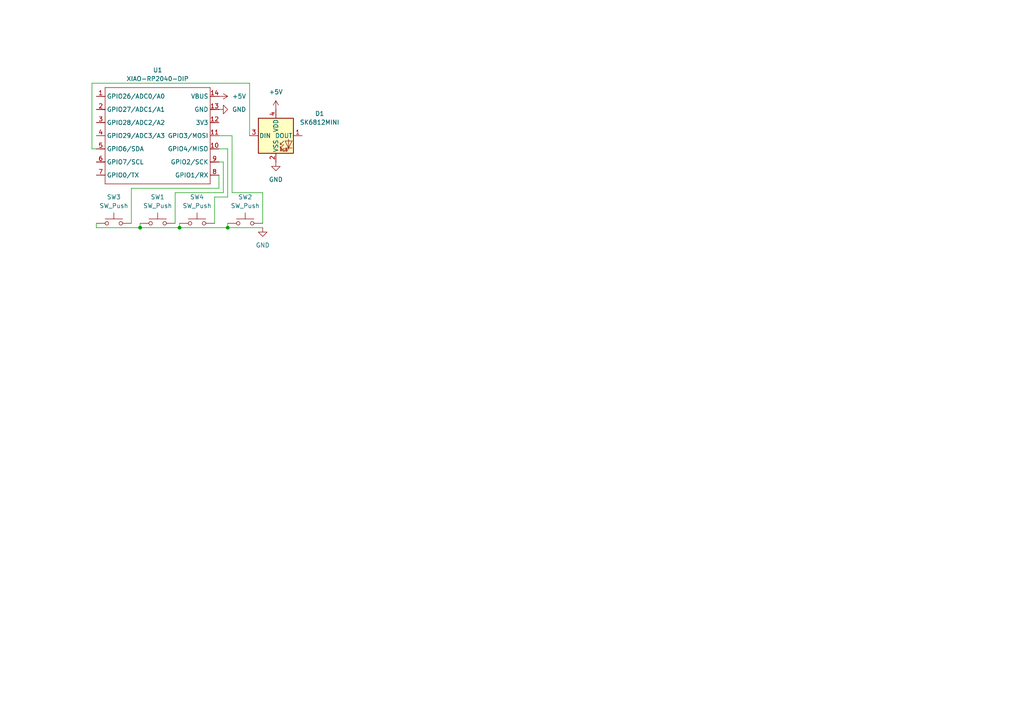
<source format=kicad_sch>
(kicad_sch
	(version 20250114)
	(generator "eeschema")
	(generator_version "9.0")
	(uuid "6c7dc53d-62fc-40ae-8f1d-ead6ce995a4e")
	(paper "A4")
	(lib_symbols
		(symbol "LED:SK6812MINI"
			(pin_names
				(offset 0.254)
			)
			(exclude_from_sim no)
			(in_bom yes)
			(on_board yes)
			(property "Reference" "D"
				(at 5.08 5.715 0)
				(effects
					(font
						(size 1.27 1.27)
					)
					(justify right bottom)
				)
			)
			(property "Value" "SK6812MINI"
				(at 1.27 -5.715 0)
				(effects
					(font
						(size 1.27 1.27)
					)
					(justify left top)
				)
			)
			(property "Footprint" "LED_SMD:LED_SK6812MINI_PLCC4_3.5x3.5mm_P1.75mm"
				(at 1.27 -7.62 0)
				(effects
					(font
						(size 1.27 1.27)
					)
					(justify left top)
					(hide yes)
				)
			)
			(property "Datasheet" "https://cdn-shop.adafruit.com/product-files/2686/SK6812MINI_REV.01-1-2.pdf"
				(at 2.54 -9.525 0)
				(effects
					(font
						(size 1.27 1.27)
					)
					(justify left top)
					(hide yes)
				)
			)
			(property "Description" "RGB LED with integrated controller"
				(at 0 0 0)
				(effects
					(font
						(size 1.27 1.27)
					)
					(hide yes)
				)
			)
			(property "ki_keywords" "RGB LED NeoPixel Mini addressable"
				(at 0 0 0)
				(effects
					(font
						(size 1.27 1.27)
					)
					(hide yes)
				)
			)
			(property "ki_fp_filters" "LED*SK6812MINI*PLCC*3.5x3.5mm*P1.75mm*"
				(at 0 0 0)
				(effects
					(font
						(size 1.27 1.27)
					)
					(hide yes)
				)
			)
			(symbol "SK6812MINI_0_0"
				(text "RGB"
					(at 2.286 -4.191 0)
					(effects
						(font
							(size 0.762 0.762)
						)
					)
				)
			)
			(symbol "SK6812MINI_0_1"
				(polyline
					(pts
						(xy 1.27 -2.54) (xy 1.778 -2.54)
					)
					(stroke
						(width 0)
						(type default)
					)
					(fill
						(type none)
					)
				)
				(polyline
					(pts
						(xy 1.27 -3.556) (xy 1.778 -3.556)
					)
					(stroke
						(width 0)
						(type default)
					)
					(fill
						(type none)
					)
				)
				(polyline
					(pts
						(xy 2.286 -1.524) (xy 1.27 -2.54) (xy 1.27 -2.032)
					)
					(stroke
						(width 0)
						(type default)
					)
					(fill
						(type none)
					)
				)
				(polyline
					(pts
						(xy 2.286 -2.54) (xy 1.27 -3.556) (xy 1.27 -3.048)
					)
					(stroke
						(width 0)
						(type default)
					)
					(fill
						(type none)
					)
				)
				(polyline
					(pts
						(xy 3.683 -1.016) (xy 3.683 -3.556) (xy 3.683 -4.064)
					)
					(stroke
						(width 0)
						(type default)
					)
					(fill
						(type none)
					)
				)
				(polyline
					(pts
						(xy 4.699 -1.524) (xy 2.667 -1.524) (xy 3.683 -3.556) (xy 4.699 -1.524)
					)
					(stroke
						(width 0)
						(type default)
					)
					(fill
						(type none)
					)
				)
				(polyline
					(pts
						(xy 4.699 -3.556) (xy 2.667 -3.556)
					)
					(stroke
						(width 0)
						(type default)
					)
					(fill
						(type none)
					)
				)
				(rectangle
					(start 5.08 5.08)
					(end -5.08 -5.08)
					(stroke
						(width 0.254)
						(type default)
					)
					(fill
						(type background)
					)
				)
			)
			(symbol "SK6812MINI_1_1"
				(pin input line
					(at -7.62 0 0)
					(length 2.54)
					(name "DIN"
						(effects
							(font
								(size 1.27 1.27)
							)
						)
					)
					(number "3"
						(effects
							(font
								(size 1.27 1.27)
							)
						)
					)
				)
				(pin power_in line
					(at 0 7.62 270)
					(length 2.54)
					(name "VDD"
						(effects
							(font
								(size 1.27 1.27)
							)
						)
					)
					(number "4"
						(effects
							(font
								(size 1.27 1.27)
							)
						)
					)
				)
				(pin power_in line
					(at 0 -7.62 90)
					(length 2.54)
					(name "VSS"
						(effects
							(font
								(size 1.27 1.27)
							)
						)
					)
					(number "2"
						(effects
							(font
								(size 1.27 1.27)
							)
						)
					)
				)
				(pin output line
					(at 7.62 0 180)
					(length 2.54)
					(name "DOUT"
						(effects
							(font
								(size 1.27 1.27)
							)
						)
					)
					(number "1"
						(effects
							(font
								(size 1.27 1.27)
							)
						)
					)
				)
			)
			(embedded_fonts no)
		)
		(symbol "OPL:XIAO-RP2040-DIP"
			(exclude_from_sim no)
			(in_bom yes)
			(on_board yes)
			(property "Reference" "U"
				(at 0 0 0)
				(effects
					(font
						(size 1.27 1.27)
					)
				)
			)
			(property "Value" "XIAO-RP2040-DIP"
				(at 5.334 -1.778 0)
				(effects
					(font
						(size 1.27 1.27)
					)
				)
			)
			(property "Footprint" "Module:MOUDLE14P-XIAO-DIP-SMD"
				(at 14.478 -32.258 0)
				(effects
					(font
						(size 1.27 1.27)
					)
					(hide yes)
				)
			)
			(property "Datasheet" ""
				(at 0 0 0)
				(effects
					(font
						(size 1.27 1.27)
					)
					(hide yes)
				)
			)
			(property "Description" ""
				(at 0 0 0)
				(effects
					(font
						(size 1.27 1.27)
					)
					(hide yes)
				)
			)
			(symbol "XIAO-RP2040-DIP_1_0"
				(polyline
					(pts
						(xy -1.27 -2.54) (xy 29.21 -2.54)
					)
					(stroke
						(width 0.1524)
						(type solid)
					)
					(fill
						(type none)
					)
				)
				(polyline
					(pts
						(xy -1.27 -5.08) (xy -2.54 -5.08)
					)
					(stroke
						(width 0.1524)
						(type solid)
					)
					(fill
						(type none)
					)
				)
				(polyline
					(pts
						(xy -1.27 -5.08) (xy -1.27 -2.54)
					)
					(stroke
						(width 0.1524)
						(type solid)
					)
					(fill
						(type none)
					)
				)
				(polyline
					(pts
						(xy -1.27 -8.89) (xy -2.54 -8.89)
					)
					(stroke
						(width 0.1524)
						(type solid)
					)
					(fill
						(type none)
					)
				)
				(polyline
					(pts
						(xy -1.27 -8.89) (xy -1.27 -5.08)
					)
					(stroke
						(width 0.1524)
						(type solid)
					)
					(fill
						(type none)
					)
				)
				(polyline
					(pts
						(xy -1.27 -12.7) (xy -2.54 -12.7)
					)
					(stroke
						(width 0.1524)
						(type solid)
					)
					(fill
						(type none)
					)
				)
				(polyline
					(pts
						(xy -1.27 -12.7) (xy -1.27 -8.89)
					)
					(stroke
						(width 0.1524)
						(type solid)
					)
					(fill
						(type none)
					)
				)
				(polyline
					(pts
						(xy -1.27 -16.51) (xy -2.54 -16.51)
					)
					(stroke
						(width 0.1524)
						(type solid)
					)
					(fill
						(type none)
					)
				)
				(polyline
					(pts
						(xy -1.27 -16.51) (xy -1.27 -12.7)
					)
					(stroke
						(width 0.1524)
						(type solid)
					)
					(fill
						(type none)
					)
				)
				(polyline
					(pts
						(xy -1.27 -20.32) (xy -2.54 -20.32)
					)
					(stroke
						(width 0.1524)
						(type solid)
					)
					(fill
						(type none)
					)
				)
				(polyline
					(pts
						(xy -1.27 -24.13) (xy -2.54 -24.13)
					)
					(stroke
						(width 0.1524)
						(type solid)
					)
					(fill
						(type none)
					)
				)
				(polyline
					(pts
						(xy -1.27 -27.94) (xy -2.54 -27.94)
					)
					(stroke
						(width 0.1524)
						(type solid)
					)
					(fill
						(type none)
					)
				)
				(polyline
					(pts
						(xy -1.27 -30.48) (xy -1.27 -16.51)
					)
					(stroke
						(width 0.1524)
						(type solid)
					)
					(fill
						(type none)
					)
				)
				(polyline
					(pts
						(xy 29.21 -2.54) (xy 29.21 -5.08)
					)
					(stroke
						(width 0.1524)
						(type solid)
					)
					(fill
						(type none)
					)
				)
				(polyline
					(pts
						(xy 29.21 -5.08) (xy 29.21 -8.89)
					)
					(stroke
						(width 0.1524)
						(type solid)
					)
					(fill
						(type none)
					)
				)
				(polyline
					(pts
						(xy 29.21 -8.89) (xy 29.21 -12.7)
					)
					(stroke
						(width 0.1524)
						(type solid)
					)
					(fill
						(type none)
					)
				)
				(polyline
					(pts
						(xy 29.21 -12.7) (xy 29.21 -30.48)
					)
					(stroke
						(width 0.1524)
						(type solid)
					)
					(fill
						(type none)
					)
				)
				(polyline
					(pts
						(xy 29.21 -30.48) (xy -1.27 -30.48)
					)
					(stroke
						(width 0.1524)
						(type solid)
					)
					(fill
						(type none)
					)
				)
				(polyline
					(pts
						(xy 30.48 -5.08) (xy 29.21 -5.08)
					)
					(stroke
						(width 0.1524)
						(type solid)
					)
					(fill
						(type none)
					)
				)
				(polyline
					(pts
						(xy 30.48 -8.89) (xy 29.21 -8.89)
					)
					(stroke
						(width 0.1524)
						(type solid)
					)
					(fill
						(type none)
					)
				)
				(polyline
					(pts
						(xy 30.48 -12.7) (xy 29.21 -12.7)
					)
					(stroke
						(width 0.1524)
						(type solid)
					)
					(fill
						(type none)
					)
				)
				(polyline
					(pts
						(xy 30.48 -16.51) (xy 29.21 -16.51)
					)
					(stroke
						(width 0.1524)
						(type solid)
					)
					(fill
						(type none)
					)
				)
				(polyline
					(pts
						(xy 30.48 -20.32) (xy 29.21 -20.32)
					)
					(stroke
						(width 0.1524)
						(type solid)
					)
					(fill
						(type none)
					)
				)
				(polyline
					(pts
						(xy 30.48 -24.13) (xy 29.21 -24.13)
					)
					(stroke
						(width 0.1524)
						(type solid)
					)
					(fill
						(type none)
					)
				)
				(polyline
					(pts
						(xy 30.48 -27.94) (xy 29.21 -27.94)
					)
					(stroke
						(width 0.1524)
						(type solid)
					)
					(fill
						(type none)
					)
				)
				(pin passive line
					(at -3.81 -5.08 0)
					(length 2.54)
					(name "GPIO26/ADC0/A0"
						(effects
							(font
								(size 1.27 1.27)
							)
						)
					)
					(number "1"
						(effects
							(font
								(size 1.27 1.27)
							)
						)
					)
				)
				(pin passive line
					(at -3.81 -8.89 0)
					(length 2.54)
					(name "GPIO27/ADC1/A1"
						(effects
							(font
								(size 1.27 1.27)
							)
						)
					)
					(number "2"
						(effects
							(font
								(size 1.27 1.27)
							)
						)
					)
				)
				(pin passive line
					(at -3.81 -12.7 0)
					(length 2.54)
					(name "GPIO28/ADC2/A2"
						(effects
							(font
								(size 1.27 1.27)
							)
						)
					)
					(number "3"
						(effects
							(font
								(size 1.27 1.27)
							)
						)
					)
				)
				(pin passive line
					(at -3.81 -16.51 0)
					(length 2.54)
					(name "GPIO29/ADC3/A3"
						(effects
							(font
								(size 1.27 1.27)
							)
						)
					)
					(number "4"
						(effects
							(font
								(size 1.27 1.27)
							)
						)
					)
				)
				(pin passive line
					(at -3.81 -20.32 0)
					(length 2.54)
					(name "GPIO6/SDA"
						(effects
							(font
								(size 1.27 1.27)
							)
						)
					)
					(number "5"
						(effects
							(font
								(size 1.27 1.27)
							)
						)
					)
				)
				(pin passive line
					(at -3.81 -24.13 0)
					(length 2.54)
					(name "GPIO7/SCL"
						(effects
							(font
								(size 1.27 1.27)
							)
						)
					)
					(number "6"
						(effects
							(font
								(size 1.27 1.27)
							)
						)
					)
				)
				(pin passive line
					(at -3.81 -27.94 0)
					(length 2.54)
					(name "GPIO0/TX"
						(effects
							(font
								(size 1.27 1.27)
							)
						)
					)
					(number "7"
						(effects
							(font
								(size 1.27 1.27)
							)
						)
					)
				)
				(pin passive line
					(at 31.75 -5.08 180)
					(length 2.54)
					(name "VBUS"
						(effects
							(font
								(size 1.27 1.27)
							)
						)
					)
					(number "14"
						(effects
							(font
								(size 1.27 1.27)
							)
						)
					)
				)
				(pin passive line
					(at 31.75 -8.89 180)
					(length 2.54)
					(name "GND"
						(effects
							(font
								(size 1.27 1.27)
							)
						)
					)
					(number "13"
						(effects
							(font
								(size 1.27 1.27)
							)
						)
					)
				)
				(pin passive line
					(at 31.75 -12.7 180)
					(length 2.54)
					(name "3V3"
						(effects
							(font
								(size 1.27 1.27)
							)
						)
					)
					(number "12"
						(effects
							(font
								(size 1.27 1.27)
							)
						)
					)
				)
				(pin passive line
					(at 31.75 -16.51 180)
					(length 2.54)
					(name "GPIO3/MOSI"
						(effects
							(font
								(size 1.27 1.27)
							)
						)
					)
					(number "11"
						(effects
							(font
								(size 1.27 1.27)
							)
						)
					)
				)
				(pin passive line
					(at 31.75 -20.32 180)
					(length 2.54)
					(name "GPIO4/MISO"
						(effects
							(font
								(size 1.27 1.27)
							)
						)
					)
					(number "10"
						(effects
							(font
								(size 1.27 1.27)
							)
						)
					)
				)
				(pin passive line
					(at 31.75 -24.13 180)
					(length 2.54)
					(name "GPIO2/SCK"
						(effects
							(font
								(size 1.27 1.27)
							)
						)
					)
					(number "9"
						(effects
							(font
								(size 1.27 1.27)
							)
						)
					)
				)
				(pin passive line
					(at 31.75 -27.94 180)
					(length 2.54)
					(name "GPIO1/RX"
						(effects
							(font
								(size 1.27 1.27)
							)
						)
					)
					(number "8"
						(effects
							(font
								(size 1.27 1.27)
							)
						)
					)
				)
			)
			(embedded_fonts no)
		)
		(symbol "Switch:SW_Push"
			(pin_numbers
				(hide yes)
			)
			(pin_names
				(offset 1.016)
				(hide yes)
			)
			(exclude_from_sim no)
			(in_bom yes)
			(on_board yes)
			(property "Reference" "SW"
				(at 1.27 2.54 0)
				(effects
					(font
						(size 1.27 1.27)
					)
					(justify left)
				)
			)
			(property "Value" "SW_Push"
				(at 0 -1.524 0)
				(effects
					(font
						(size 1.27 1.27)
					)
				)
			)
			(property "Footprint" ""
				(at 0 5.08 0)
				(effects
					(font
						(size 1.27 1.27)
					)
					(hide yes)
				)
			)
			(property "Datasheet" "~"
				(at 0 5.08 0)
				(effects
					(font
						(size 1.27 1.27)
					)
					(hide yes)
				)
			)
			(property "Description" "Push button switch, generic, two pins"
				(at 0 0 0)
				(effects
					(font
						(size 1.27 1.27)
					)
					(hide yes)
				)
			)
			(property "ki_keywords" "switch normally-open pushbutton push-button"
				(at 0 0 0)
				(effects
					(font
						(size 1.27 1.27)
					)
					(hide yes)
				)
			)
			(symbol "SW_Push_0_1"
				(circle
					(center -2.032 0)
					(radius 0.508)
					(stroke
						(width 0)
						(type default)
					)
					(fill
						(type none)
					)
				)
				(polyline
					(pts
						(xy 0 1.27) (xy 0 3.048)
					)
					(stroke
						(width 0)
						(type default)
					)
					(fill
						(type none)
					)
				)
				(circle
					(center 2.032 0)
					(radius 0.508)
					(stroke
						(width 0)
						(type default)
					)
					(fill
						(type none)
					)
				)
				(polyline
					(pts
						(xy 2.54 1.27) (xy -2.54 1.27)
					)
					(stroke
						(width 0)
						(type default)
					)
					(fill
						(type none)
					)
				)
				(pin passive line
					(at -5.08 0 0)
					(length 2.54)
					(name "1"
						(effects
							(font
								(size 1.27 1.27)
							)
						)
					)
					(number "1"
						(effects
							(font
								(size 1.27 1.27)
							)
						)
					)
				)
				(pin passive line
					(at 5.08 0 180)
					(length 2.54)
					(name "2"
						(effects
							(font
								(size 1.27 1.27)
							)
						)
					)
					(number "2"
						(effects
							(font
								(size 1.27 1.27)
							)
						)
					)
				)
			)
			(embedded_fonts no)
		)
		(symbol "power:+5V"
			(power)
			(pin_numbers
				(hide yes)
			)
			(pin_names
				(offset 0)
				(hide yes)
			)
			(exclude_from_sim no)
			(in_bom yes)
			(on_board yes)
			(property "Reference" "#PWR"
				(at 0 -3.81 0)
				(effects
					(font
						(size 1.27 1.27)
					)
					(hide yes)
				)
			)
			(property "Value" "+5V"
				(at 0 3.556 0)
				(effects
					(font
						(size 1.27 1.27)
					)
				)
			)
			(property "Footprint" ""
				(at 0 0 0)
				(effects
					(font
						(size 1.27 1.27)
					)
					(hide yes)
				)
			)
			(property "Datasheet" ""
				(at 0 0 0)
				(effects
					(font
						(size 1.27 1.27)
					)
					(hide yes)
				)
			)
			(property "Description" "Power symbol creates a global label with name \"+5V\""
				(at 0 0 0)
				(effects
					(font
						(size 1.27 1.27)
					)
					(hide yes)
				)
			)
			(property "ki_keywords" "global power"
				(at 0 0 0)
				(effects
					(font
						(size 1.27 1.27)
					)
					(hide yes)
				)
			)
			(symbol "+5V_0_1"
				(polyline
					(pts
						(xy -0.762 1.27) (xy 0 2.54)
					)
					(stroke
						(width 0)
						(type default)
					)
					(fill
						(type none)
					)
				)
				(polyline
					(pts
						(xy 0 2.54) (xy 0.762 1.27)
					)
					(stroke
						(width 0)
						(type default)
					)
					(fill
						(type none)
					)
				)
				(polyline
					(pts
						(xy 0 0) (xy 0 2.54)
					)
					(stroke
						(width 0)
						(type default)
					)
					(fill
						(type none)
					)
				)
			)
			(symbol "+5V_1_1"
				(pin power_in line
					(at 0 0 90)
					(length 0)
					(name "~"
						(effects
							(font
								(size 1.27 1.27)
							)
						)
					)
					(number "1"
						(effects
							(font
								(size 1.27 1.27)
							)
						)
					)
				)
			)
			(embedded_fonts no)
		)
		(symbol "power:GND"
			(power)
			(pin_numbers
				(hide yes)
			)
			(pin_names
				(offset 0)
				(hide yes)
			)
			(exclude_from_sim no)
			(in_bom yes)
			(on_board yes)
			(property "Reference" "#PWR"
				(at 0 -6.35 0)
				(effects
					(font
						(size 1.27 1.27)
					)
					(hide yes)
				)
			)
			(property "Value" "GND"
				(at 0 -3.81 0)
				(effects
					(font
						(size 1.27 1.27)
					)
				)
			)
			(property "Footprint" ""
				(at 0 0 0)
				(effects
					(font
						(size 1.27 1.27)
					)
					(hide yes)
				)
			)
			(property "Datasheet" ""
				(at 0 0 0)
				(effects
					(font
						(size 1.27 1.27)
					)
					(hide yes)
				)
			)
			(property "Description" "Power symbol creates a global label with name \"GND\" , ground"
				(at 0 0 0)
				(effects
					(font
						(size 1.27 1.27)
					)
					(hide yes)
				)
			)
			(property "ki_keywords" "global power"
				(at 0 0 0)
				(effects
					(font
						(size 1.27 1.27)
					)
					(hide yes)
				)
			)
			(symbol "GND_0_1"
				(polyline
					(pts
						(xy 0 0) (xy 0 -1.27) (xy 1.27 -1.27) (xy 0 -2.54) (xy -1.27 -1.27) (xy 0 -1.27)
					)
					(stroke
						(width 0)
						(type default)
					)
					(fill
						(type none)
					)
				)
			)
			(symbol "GND_1_1"
				(pin power_in line
					(at 0 0 270)
					(length 0)
					(name "~"
						(effects
							(font
								(size 1.27 1.27)
							)
						)
					)
					(number "1"
						(effects
							(font
								(size 1.27 1.27)
							)
						)
					)
				)
			)
			(embedded_fonts no)
		)
	)
	(junction
		(at 66.04 66.04)
		(diameter 0)
		(color 0 0 0 0)
		(uuid "1f311baf-0f11-438e-8424-0f0d2af024fc")
	)
	(junction
		(at 40.64 66.04)
		(diameter 0)
		(color 0 0 0 0)
		(uuid "3c8f3c53-81c2-49d7-9b9b-b2a2856b3070")
	)
	(junction
		(at 52.07 66.04)
		(diameter 0)
		(color 0 0 0 0)
		(uuid "a9029b66-eba2-4820-8c97-8351e7805790")
	)
	(wire
		(pts
			(xy 26.67 43.18) (xy 27.94 43.18)
		)
		(stroke
			(width 0)
			(type default)
		)
		(uuid "01c2acf2-f1c8-4c61-9a68-41441b0e4e07")
	)
	(wire
		(pts
			(xy 66.04 66.04) (xy 66.04 64.77)
		)
		(stroke
			(width 0)
			(type default)
		)
		(uuid "159c3b02-0584-4f7d-9719-3e6e81a9ce19")
	)
	(wire
		(pts
			(xy 38.1 54.61) (xy 38.1 64.77)
		)
		(stroke
			(width 0)
			(type default)
		)
		(uuid "19f3927d-da2b-4d7a-b5f1-4067b8d062a6")
	)
	(wire
		(pts
			(xy 63.5 39.37) (xy 67.31 39.37)
		)
		(stroke
			(width 0)
			(type default)
		)
		(uuid "21e5b9b1-8382-4586-b9e0-487af176e848")
	)
	(wire
		(pts
			(xy 27.94 64.77) (xy 27.94 66.04)
		)
		(stroke
			(width 0)
			(type default)
		)
		(uuid "24abad4b-319f-46d8-9cc9-1147f5675f3f")
	)
	(wire
		(pts
			(xy 63.5 46.99) (xy 64.77 46.99)
		)
		(stroke
			(width 0)
			(type default)
		)
		(uuid "38ee58f5-abcb-42f9-a811-9986bbe2200a")
	)
	(wire
		(pts
			(xy 52.07 66.04) (xy 52.07 64.77)
		)
		(stroke
			(width 0)
			(type default)
		)
		(uuid "478c6c38-f7a3-4891-86d1-4c463ce0853a")
	)
	(wire
		(pts
			(xy 62.23 57.15) (xy 62.23 64.77)
		)
		(stroke
			(width 0)
			(type default)
		)
		(uuid "47b7d7ee-3cf4-48ba-91c1-ef7cf046f73f")
	)
	(wire
		(pts
			(xy 63.5 54.61) (xy 38.1 54.61)
		)
		(stroke
			(width 0)
			(type default)
		)
		(uuid "47d5672e-b7a2-4a87-86b0-e4c3a376fbc0")
	)
	(wire
		(pts
			(xy 66.04 43.18) (xy 66.04 57.15)
		)
		(stroke
			(width 0)
			(type default)
		)
		(uuid "58d054c8-b128-41c6-bc4a-2eab793b8923")
	)
	(wire
		(pts
			(xy 66.04 66.04) (xy 76.2 66.04)
		)
		(stroke
			(width 0)
			(type default)
		)
		(uuid "5fd1f361-39ef-483b-9422-090ce2ced2dd")
	)
	(wire
		(pts
			(xy 40.64 66.04) (xy 40.64 64.77)
		)
		(stroke
			(width 0)
			(type default)
		)
		(uuid "6d61df3c-de79-4e90-8249-73bedf1fde1a")
	)
	(wire
		(pts
			(xy 63.5 43.18) (xy 66.04 43.18)
		)
		(stroke
			(width 0)
			(type default)
		)
		(uuid "790bd2b7-c062-4db8-97f8-af6fe2cd6a86")
	)
	(wire
		(pts
			(xy 52.07 66.04) (xy 66.04 66.04)
		)
		(stroke
			(width 0)
			(type default)
		)
		(uuid "7a0c8e11-7de0-484c-84f6-4f983a408028")
	)
	(wire
		(pts
			(xy 64.77 55.88) (xy 50.8 55.88)
		)
		(stroke
			(width 0)
			(type default)
		)
		(uuid "7a11ba87-7643-4c9c-a9e2-37b06949508e")
	)
	(wire
		(pts
			(xy 67.31 55.88) (xy 67.31 39.37)
		)
		(stroke
			(width 0)
			(type default)
		)
		(uuid "85a523be-aa3b-4610-9f84-a84a33d33992")
	)
	(wire
		(pts
			(xy 76.2 55.88) (xy 67.31 55.88)
		)
		(stroke
			(width 0)
			(type default)
		)
		(uuid "8b03760a-7e79-447f-beb7-cddbb893c016")
	)
	(wire
		(pts
			(xy 64.77 46.99) (xy 64.77 55.88)
		)
		(stroke
			(width 0)
			(type default)
		)
		(uuid "9356d30e-9e1e-4fb5-a3ac-65ed72f90737")
	)
	(wire
		(pts
			(xy 76.2 64.77) (xy 76.2 55.88)
		)
		(stroke
			(width 0)
			(type default)
		)
		(uuid "93b7677e-c6f2-4a89-8089-614dad605c61")
	)
	(wire
		(pts
			(xy 66.04 57.15) (xy 62.23 57.15)
		)
		(stroke
			(width 0)
			(type default)
		)
		(uuid "a4392ee5-0dc3-4535-a008-1aefe73a449f")
	)
	(wire
		(pts
			(xy 27.94 66.04) (xy 40.64 66.04)
		)
		(stroke
			(width 0)
			(type default)
		)
		(uuid "add8f540-288f-4909-bae8-49735a13c63e")
	)
	(wire
		(pts
			(xy 63.5 50.8) (xy 63.5 54.61)
		)
		(stroke
			(width 0)
			(type default)
		)
		(uuid "c1d9cab1-ac84-41dd-a5a3-b7aa011ee79f")
	)
	(wire
		(pts
			(xy 50.8 55.88) (xy 50.8 64.77)
		)
		(stroke
			(width 0)
			(type default)
		)
		(uuid "dede6432-f394-4375-8f8c-409fa7d6944e")
	)
	(wire
		(pts
			(xy 72.39 39.37) (xy 72.39 24.13)
		)
		(stroke
			(width 0)
			(type default)
		)
		(uuid "e927cb48-3f0e-476b-b6c9-6f1a18621b79")
	)
	(wire
		(pts
			(xy 72.39 24.13) (xy 26.67 24.13)
		)
		(stroke
			(width 0)
			(type default)
		)
		(uuid "ee2a28b1-178d-4ecf-b536-52835266dd30")
	)
	(wire
		(pts
			(xy 26.67 24.13) (xy 26.67 43.18)
		)
		(stroke
			(width 0)
			(type default)
		)
		(uuid "ef3c891c-2213-4337-b721-3469672c8dc8")
	)
	(wire
		(pts
			(xy 40.64 66.04) (xy 52.07 66.04)
		)
		(stroke
			(width 0)
			(type default)
		)
		(uuid "fb023705-877a-4c3d-a50c-9aa6bdbe33f2")
	)
	(symbol
		(lib_id "Switch:SW_Push")
		(at 45.72 64.77 0)
		(unit 1)
		(exclude_from_sim no)
		(in_bom yes)
		(on_board yes)
		(dnp no)
		(fields_autoplaced yes)
		(uuid "0970a641-0387-4cac-ac5d-c1a54427a090")
		(property "Reference" "SW1"
			(at 45.72 57.15 0)
			(effects
				(font
					(size 1.27 1.27)
				)
			)
		)
		(property "Value" "SW_Push"
			(at 45.72 59.69 0)
			(effects
				(font
					(size 1.27 1.27)
				)
			)
		)
		(property "Footprint" "Button_Switch_Keyboard:SW_Cherry_MX_1.00u_PCB"
			(at 45.72 59.69 0)
			(effects
				(font
					(size 1.27 1.27)
				)
				(hide yes)
			)
		)
		(property "Datasheet" "~"
			(at 45.72 59.69 0)
			(effects
				(font
					(size 1.27 1.27)
				)
				(hide yes)
			)
		)
		(property "Description" "Push button switch, generic, two pins"
			(at 45.72 64.77 0)
			(effects
				(font
					(size 1.27 1.27)
				)
				(hide yes)
			)
		)
		(pin "2"
			(uuid "ede3c538-b417-44c5-b7ae-b16e5e0af0b6")
		)
		(pin "1"
			(uuid "3bc94f48-3337-4085-8e37-906f11b89aa5")
		)
		(instances
			(project ""
				(path "/6c7dc53d-62fc-40ae-8f1d-ead6ce995a4e"
					(reference "SW1")
					(unit 1)
				)
			)
		)
	)
	(symbol
		(lib_id "LED:SK6812MINI")
		(at 80.01 39.37 0)
		(unit 1)
		(exclude_from_sim no)
		(in_bom yes)
		(on_board yes)
		(dnp no)
		(fields_autoplaced yes)
		(uuid "159c0d84-751a-4681-b152-8d68e0f21e0d")
		(property "Reference" "D1"
			(at 92.71 32.9498 0)
			(effects
				(font
					(size 1.27 1.27)
				)
			)
		)
		(property "Value" "SK6812MINI"
			(at 92.71 35.4898 0)
			(effects
				(font
					(size 1.27 1.27)
				)
			)
		)
		(property "Footprint" "LED_SMD:LED_SK6812MINI_PLCC4_3.5x3.5mm_P1.75mm"
			(at 81.28 46.99 0)
			(effects
				(font
					(size 1.27 1.27)
				)
				(justify left top)
				(hide yes)
			)
		)
		(property "Datasheet" "https://cdn-shop.adafruit.com/product-files/2686/SK6812MINI_REV.01-1-2.pdf"
			(at 82.55 48.895 0)
			(effects
				(font
					(size 1.27 1.27)
				)
				(justify left top)
				(hide yes)
			)
		)
		(property "Description" "RGB LED with integrated controller"
			(at 80.01 39.37 0)
			(effects
				(font
					(size 1.27 1.27)
				)
				(hide yes)
			)
		)
		(pin "3"
			(uuid "37da934f-056b-4c05-8a71-c2f4b7b4b931")
		)
		(pin "4"
			(uuid "5aa3632a-69d7-4aee-b4d5-fe865a54941b")
		)
		(pin "2"
			(uuid "06ca1d4a-a091-42da-8e2a-7cbf6e6e1c05")
		)
		(pin "1"
			(uuid "bca859e6-161b-44a7-9921-48d3ab6ec8b1")
		)
		(instances
			(project ""
				(path "/6c7dc53d-62fc-40ae-8f1d-ead6ce995a4e"
					(reference "D1")
					(unit 1)
				)
			)
		)
	)
	(symbol
		(lib_id "Switch:SW_Push")
		(at 57.15 64.77 0)
		(unit 1)
		(exclude_from_sim no)
		(in_bom yes)
		(on_board yes)
		(dnp no)
		(fields_autoplaced yes)
		(uuid "55d76d44-8830-4f56-96db-c282c296b11d")
		(property "Reference" "SW4"
			(at 57.15 57.15 0)
			(effects
				(font
					(size 1.27 1.27)
				)
			)
		)
		(property "Value" "SW_Push"
			(at 57.15 59.69 0)
			(effects
				(font
					(size 1.27 1.27)
				)
			)
		)
		(property "Footprint" "Button_Switch_Keyboard:SW_Cherry_MX_1.00u_PCB"
			(at 57.15 59.69 0)
			(effects
				(font
					(size 1.27 1.27)
				)
				(hide yes)
			)
		)
		(property "Datasheet" "~"
			(at 57.15 59.69 0)
			(effects
				(font
					(size 1.27 1.27)
				)
				(hide yes)
			)
		)
		(property "Description" "Push button switch, generic, two pins"
			(at 57.15 64.77 0)
			(effects
				(font
					(size 1.27 1.27)
				)
				(hide yes)
			)
		)
		(pin "2"
			(uuid "770b0c6a-9a06-44f7-8db0-72c4acc0befc")
		)
		(pin "1"
			(uuid "92a13ccd-6af2-412b-93f8-4286883147a2")
		)
		(instances
			(project ""
				(path "/6c7dc53d-62fc-40ae-8f1d-ead6ce995a4e"
					(reference "SW4")
					(unit 1)
				)
			)
		)
	)
	(symbol
		(lib_id "Switch:SW_Push")
		(at 71.12 64.77 0)
		(unit 1)
		(exclude_from_sim no)
		(in_bom yes)
		(on_board yes)
		(dnp no)
		(fields_autoplaced yes)
		(uuid "6c927c0b-3861-4bc9-81f6-b1805a31cc0f")
		(property "Reference" "SW2"
			(at 71.12 57.15 0)
			(effects
				(font
					(size 1.27 1.27)
				)
			)
		)
		(property "Value" "SW_Push"
			(at 71.12 59.69 0)
			(effects
				(font
					(size 1.27 1.27)
				)
			)
		)
		(property "Footprint" "Button_Switch_Keyboard:SW_Cherry_MX_1.00u_PCB"
			(at 71.12 59.69 0)
			(effects
				(font
					(size 1.27 1.27)
				)
				(hide yes)
			)
		)
		(property "Datasheet" "~"
			(at 71.12 59.69 0)
			(effects
				(font
					(size 1.27 1.27)
				)
				(hide yes)
			)
		)
		(property "Description" "Push button switch, generic, two pins"
			(at 71.12 64.77 0)
			(effects
				(font
					(size 1.27 1.27)
				)
				(hide yes)
			)
		)
		(pin "1"
			(uuid "eb54a8ed-fbba-4f60-9b7f-d8a8dba36aff")
		)
		(pin "2"
			(uuid "54f78f42-5099-4e87-895f-b5ee41832361")
		)
		(instances
			(project ""
				(path "/6c7dc53d-62fc-40ae-8f1d-ead6ce995a4e"
					(reference "SW2")
					(unit 1)
				)
			)
		)
	)
	(symbol
		(lib_id "power:GND")
		(at 76.2 66.04 0)
		(unit 1)
		(exclude_from_sim no)
		(in_bom yes)
		(on_board yes)
		(dnp no)
		(fields_autoplaced yes)
		(uuid "76437846-590a-42ee-b1b4-1648536d205f")
		(property "Reference" "#PWR02"
			(at 76.2 72.39 0)
			(effects
				(font
					(size 1.27 1.27)
				)
				(hide yes)
			)
		)
		(property "Value" "GND"
			(at 76.2 71.12 0)
			(effects
				(font
					(size 1.27 1.27)
				)
			)
		)
		(property "Footprint" ""
			(at 76.2 66.04 0)
			(effects
				(font
					(size 1.27 1.27)
				)
				(hide yes)
			)
		)
		(property "Datasheet" ""
			(at 76.2 66.04 0)
			(effects
				(font
					(size 1.27 1.27)
				)
				(hide yes)
			)
		)
		(property "Description" "Power symbol creates a global label with name \"GND\" , ground"
			(at 76.2 66.04 0)
			(effects
				(font
					(size 1.27 1.27)
				)
				(hide yes)
			)
		)
		(pin "1"
			(uuid "933c14e6-579e-43b4-b0a1-b974411c3edb")
		)
		(instances
			(project ""
				(path "/6c7dc53d-62fc-40ae-8f1d-ead6ce995a4e"
					(reference "#PWR02")
					(unit 1)
				)
			)
		)
	)
	(symbol
		(lib_id "power:+5V")
		(at 80.01 31.75 0)
		(unit 1)
		(exclude_from_sim no)
		(in_bom yes)
		(on_board yes)
		(dnp no)
		(fields_autoplaced yes)
		(uuid "9dec8706-1b21-4648-95fd-43fd2c867b6c")
		(property "Reference" "#PWR05"
			(at 80.01 35.56 0)
			(effects
				(font
					(size 1.27 1.27)
				)
				(hide yes)
			)
		)
		(property "Value" "+5V"
			(at 80.01 26.67 0)
			(effects
				(font
					(size 1.27 1.27)
				)
			)
		)
		(property "Footprint" ""
			(at 80.01 31.75 0)
			(effects
				(font
					(size 1.27 1.27)
				)
				(hide yes)
			)
		)
		(property "Datasheet" ""
			(at 80.01 31.75 0)
			(effects
				(font
					(size 1.27 1.27)
				)
				(hide yes)
			)
		)
		(property "Description" "Power symbol creates a global label with name \"+5V\""
			(at 80.01 31.75 0)
			(effects
				(font
					(size 1.27 1.27)
				)
				(hide yes)
			)
		)
		(pin "1"
			(uuid "cb3f2368-623e-4875-bfef-446afb83011e")
		)
		(instances
			(project ""
				(path "/6c7dc53d-62fc-40ae-8f1d-ead6ce995a4e"
					(reference "#PWR05")
					(unit 1)
				)
			)
		)
	)
	(symbol
		(lib_id "OPL:XIAO-RP2040-DIP")
		(at 31.75 22.86 0)
		(unit 1)
		(exclude_from_sim no)
		(in_bom yes)
		(on_board yes)
		(dnp no)
		(fields_autoplaced yes)
		(uuid "ab778fab-855a-4106-87b2-89ef1e1d3ae5")
		(property "Reference" "U1"
			(at 45.72 20.32 0)
			(effects
				(font
					(size 1.27 1.27)
				)
			)
		)
		(property "Value" "XIAO-RP2040-DIP"
			(at 45.72 22.86 0)
			(effects
				(font
					(size 1.27 1.27)
				)
			)
		)
		(property "Footprint" "OPL:XIAO-RP2040-DIP"
			(at 46.228 55.118 0)
			(effects
				(font
					(size 1.27 1.27)
				)
				(hide yes)
			)
		)
		(property "Datasheet" ""
			(at 31.75 22.86 0)
			(effects
				(font
					(size 1.27 1.27)
				)
				(hide yes)
			)
		)
		(property "Description" ""
			(at 31.75 22.86 0)
			(effects
				(font
					(size 1.27 1.27)
				)
				(hide yes)
			)
		)
		(pin "5"
			(uuid "af33cf76-7d21-428b-87b0-eab20ed6b831")
		)
		(pin "1"
			(uuid "3b7c7d9a-3cff-44a2-afa1-fe6198290a73")
		)
		(pin "3"
			(uuid "e15655a1-8ec8-4d40-9bff-2c1895e41100")
		)
		(pin "4"
			(uuid "630157e7-4f20-4fdc-a57f-f394db489527")
		)
		(pin "6"
			(uuid "6bfd782f-5364-4793-b331-6dc98b655dda")
		)
		(pin "14"
			(uuid "58f302cd-749d-42a7-8e7a-bbe0c3d50ca7")
		)
		(pin "13"
			(uuid "525c7027-0d23-4424-adfd-76daa22b1919")
		)
		(pin "10"
			(uuid "a60f6a9e-5ac2-4790-9b77-2356a698cd25")
		)
		(pin "9"
			(uuid "ec620f6d-1c18-4b1f-800c-75d87bd69730")
		)
		(pin "2"
			(uuid "9b71a66c-8be8-4842-941b-a8760fc2f9b5")
		)
		(pin "12"
			(uuid "f933bb9e-d680-4e12-8deb-ba7fa3177013")
		)
		(pin "11"
			(uuid "71701068-dcd8-4a6a-aa44-cb61d8814133")
		)
		(pin "8"
			(uuid "2e7e475b-87a5-40a3-81b0-710f8252277a")
		)
		(pin "7"
			(uuid "de8c21ba-da9a-4551-a52d-7c70914203c9")
		)
		(instances
			(project ""
				(path "/6c7dc53d-62fc-40ae-8f1d-ead6ce995a4e"
					(reference "U1")
					(unit 1)
				)
			)
		)
	)
	(symbol
		(lib_id "power:+5V")
		(at 63.5 27.94 270)
		(unit 1)
		(exclude_from_sim no)
		(in_bom yes)
		(on_board yes)
		(dnp no)
		(fields_autoplaced yes)
		(uuid "ce3eedf4-03e5-46b7-8eb0-f133f2ca62fa")
		(property "Reference" "#PWR04"
			(at 59.69 27.94 0)
			(effects
				(font
					(size 1.27 1.27)
				)
				(hide yes)
			)
		)
		(property "Value" "+5V"
			(at 67.31 27.9399 90)
			(effects
				(font
					(size 1.27 1.27)
				)
				(justify left)
			)
		)
		(property "Footprint" ""
			(at 63.5 27.94 0)
			(effects
				(font
					(size 1.27 1.27)
				)
				(hide yes)
			)
		)
		(property "Datasheet" ""
			(at 63.5 27.94 0)
			(effects
				(font
					(size 1.27 1.27)
				)
				(hide yes)
			)
		)
		(property "Description" "Power symbol creates a global label with name \"+5V\""
			(at 63.5 27.94 0)
			(effects
				(font
					(size 1.27 1.27)
				)
				(hide yes)
			)
		)
		(pin "1"
			(uuid "d12cd261-3b67-4d76-90ff-8a8acd0b563e")
		)
		(instances
			(project ""
				(path "/6c7dc53d-62fc-40ae-8f1d-ead6ce995a4e"
					(reference "#PWR04")
					(unit 1)
				)
			)
		)
	)
	(symbol
		(lib_id "power:GND")
		(at 80.01 46.99 0)
		(unit 1)
		(exclude_from_sim no)
		(in_bom yes)
		(on_board yes)
		(dnp no)
		(fields_autoplaced yes)
		(uuid "d2c8c12b-1b10-4174-ad7d-35b7d4ccb09f")
		(property "Reference" "#PWR01"
			(at 80.01 53.34 0)
			(effects
				(font
					(size 1.27 1.27)
				)
				(hide yes)
			)
		)
		(property "Value" "GND"
			(at 80.01 52.07 0)
			(effects
				(font
					(size 1.27 1.27)
				)
			)
		)
		(property "Footprint" ""
			(at 80.01 46.99 0)
			(effects
				(font
					(size 1.27 1.27)
				)
				(hide yes)
			)
		)
		(property "Datasheet" ""
			(at 80.01 46.99 0)
			(effects
				(font
					(size 1.27 1.27)
				)
				(hide yes)
			)
		)
		(property "Description" "Power symbol creates a global label with name \"GND\" , ground"
			(at 80.01 46.99 0)
			(effects
				(font
					(size 1.27 1.27)
				)
				(hide yes)
			)
		)
		(pin "1"
			(uuid "fd19ea51-3813-4943-8c63-99bd6a9f154b")
		)
		(instances
			(project ""
				(path "/6c7dc53d-62fc-40ae-8f1d-ead6ce995a4e"
					(reference "#PWR01")
					(unit 1)
				)
			)
		)
	)
	(symbol
		(lib_id "Switch:SW_Push")
		(at 33.02 64.77 0)
		(unit 1)
		(exclude_from_sim no)
		(in_bom yes)
		(on_board yes)
		(dnp no)
		(fields_autoplaced yes)
		(uuid "f41c6cb5-abc9-435e-b440-0277a6d8e52f")
		(property "Reference" "SW3"
			(at 33.02 57.15 0)
			(effects
				(font
					(size 1.27 1.27)
				)
			)
		)
		(property "Value" "SW_Push"
			(at 33.02 59.69 0)
			(effects
				(font
					(size 1.27 1.27)
				)
			)
		)
		(property "Footprint" "Button_Switch_Keyboard:SW_Cherry_MX_1.00u_PCB"
			(at 33.02 59.69 0)
			(effects
				(font
					(size 1.27 1.27)
				)
				(hide yes)
			)
		)
		(property "Datasheet" "~"
			(at 33.02 59.69 0)
			(effects
				(font
					(size 1.27 1.27)
				)
				(hide yes)
			)
		)
		(property "Description" "Push button switch, generic, two pins"
			(at 33.02 64.77 0)
			(effects
				(font
					(size 1.27 1.27)
				)
				(hide yes)
			)
		)
		(pin "2"
			(uuid "d1ff78be-bb95-4536-99eb-6acfbb0da689")
		)
		(pin "1"
			(uuid "046a60db-67e7-4cd8-8109-f072f448a1e2")
		)
		(instances
			(project ""
				(path "/6c7dc53d-62fc-40ae-8f1d-ead6ce995a4e"
					(reference "SW3")
					(unit 1)
				)
			)
		)
	)
	(symbol
		(lib_id "power:GND")
		(at 63.5 31.75 90)
		(unit 1)
		(exclude_from_sim no)
		(in_bom yes)
		(on_board yes)
		(dnp no)
		(fields_autoplaced yes)
		(uuid "fd816e82-cc20-4385-9fdc-d2f07f3f1766")
		(property "Reference" "#PWR03"
			(at 69.85 31.75 0)
			(effects
				(font
					(size 1.27 1.27)
				)
				(hide yes)
			)
		)
		(property "Value" "GND"
			(at 67.31 31.7499 90)
			(effects
				(font
					(size 1.27 1.27)
				)
				(justify right)
			)
		)
		(property "Footprint" ""
			(at 63.5 31.75 0)
			(effects
				(font
					(size 1.27 1.27)
				)
				(hide yes)
			)
		)
		(property "Datasheet" ""
			(at 63.5 31.75 0)
			(effects
				(font
					(size 1.27 1.27)
				)
				(hide yes)
			)
		)
		(property "Description" "Power symbol creates a global label with name \"GND\" , ground"
			(at 63.5 31.75 0)
			(effects
				(font
					(size 1.27 1.27)
				)
				(hide yes)
			)
		)
		(pin "1"
			(uuid "bccc5a85-89c5-46d0-abc1-0b93cef6f6e3")
		)
		(instances
			(project ""
				(path "/6c7dc53d-62fc-40ae-8f1d-ead6ce995a4e"
					(reference "#PWR03")
					(unit 1)
				)
			)
		)
	)
	(sheet_instances
		(path "/"
			(page "1")
		)
	)
	(embedded_fonts no)
)

</source>
